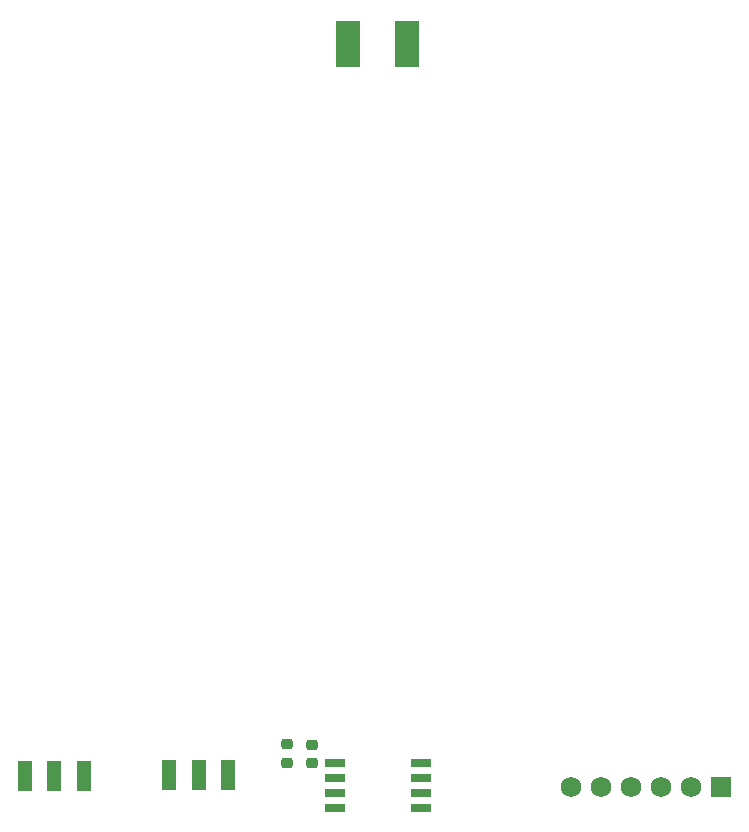
<source format=gbr>
%TF.GenerationSoftware,KiCad,Pcbnew,7.0.9*%
%TF.CreationDate,2023-11-22T22:42:55-07:00*%
%TF.ProjectId,OrnamentSCH,4f726e61-6d65-46e7-9453-43482e6b6963,rev?*%
%TF.SameCoordinates,Original*%
%TF.FileFunction,Paste,Bot*%
%TF.FilePolarity,Positive*%
%FSLAX46Y46*%
G04 Gerber Fmt 4.6, Leading zero omitted, Abs format (unit mm)*
G04 Created by KiCad (PCBNEW 7.0.9) date 2023-11-22 22:42:55*
%MOMM*%
%LPD*%
G01*
G04 APERTURE LIST*
G04 Aperture macros list*
%AMRoundRect*
0 Rectangle with rounded corners*
0 $1 Rounding radius*
0 $2 $3 $4 $5 $6 $7 $8 $9 X,Y pos of 4 corners*
0 Add a 4 corners polygon primitive as box body*
4,1,4,$2,$3,$4,$5,$6,$7,$8,$9,$2,$3,0*
0 Add four circle primitives for the rounded corners*
1,1,$1+$1,$2,$3*
1,1,$1+$1,$4,$5*
1,1,$1+$1,$6,$7*
1,1,$1+$1,$8,$9*
0 Add four rect primitives between the rounded corners*
20,1,$1+$1,$2,$3,$4,$5,0*
20,1,$1+$1,$4,$5,$6,$7,0*
20,1,$1+$1,$6,$7,$8,$9,0*
20,1,$1+$1,$8,$9,$2,$3,0*%
G04 Aperture macros list end*
%ADD10R,2.000000X4.000000*%
%ADD11R,1.200000X2.500000*%
%ADD12RoundRect,0.225000X0.250000X-0.225000X0.250000X0.225000X-0.250000X0.225000X-0.250000X-0.225000X0*%
%ADD13R,1.750000X1.750000*%
%ADD14C,1.750000*%
%ADD15R,1.700000X0.650000*%
G04 APERTURE END LIST*
D10*
%TO.C,J1*%
X154762200Y-65024000D03*
X159762200Y-65024000D03*
%TD*%
D11*
%TO.C,SW2*%
X132440000Y-127000000D03*
X129940000Y-127000000D03*
X127440000Y-127000000D03*
%TD*%
D12*
%TO.C,C2*%
X149640000Y-125910000D03*
X149640000Y-124360000D03*
%TD*%
D13*
%TO.C,J2*%
X186359800Y-127990600D03*
D14*
X183819800Y-127990600D03*
X181279800Y-127990600D03*
X178739800Y-127990600D03*
X176199800Y-127990600D03*
X173659800Y-127990600D03*
%TD*%
D11*
%TO.C,SW1*%
X144640000Y-126980000D03*
X142140000Y-126980000D03*
X139640000Y-126980000D03*
%TD*%
D12*
%TO.C,C1*%
X151750000Y-125950000D03*
X151750000Y-124400000D03*
%TD*%
D15*
%TO.C,U1*%
X160985200Y-125958600D03*
X160985200Y-127228600D03*
X160985200Y-128498600D03*
X160985200Y-129768600D03*
X153685200Y-129768600D03*
X153685200Y-128498600D03*
X153685200Y-127228600D03*
X153685200Y-125958600D03*
%TD*%
M02*

</source>
